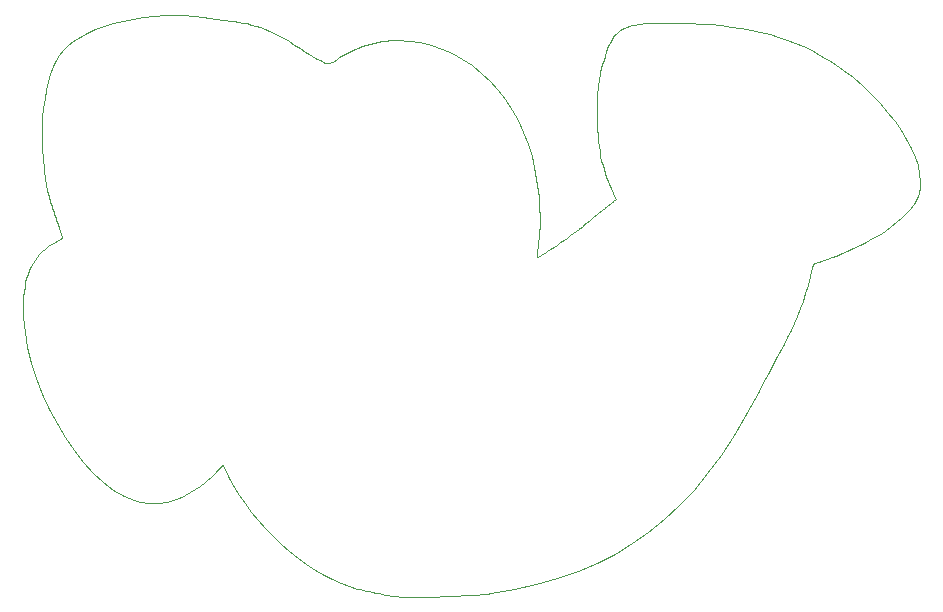
<source format=gbr>
G04 #@! TF.FileFunction,Profile,NP*
%FSLAX46Y46*%
G04 Gerber Fmt 4.6, Leading zero omitted, Abs format (unit mm)*
G04 Created by KiCad (PCBNEW 4.0.2+e4-6225~38~ubuntu16.04.1-stable) date Mit 05 Apr 2017 14:51:34 CST*
%MOMM*%
G01*
G04 APERTURE LIST*
%ADD10C,0.100000*%
G04 APERTURE END LIST*
D10*
X94132950Y-167675940D02*
X94132950Y-167675940D01*
X93819339Y-167717090D02*
X94132950Y-167675940D01*
X93428493Y-167756748D02*
X93819339Y-167717090D01*
X92971733Y-167794524D02*
X93428493Y-167756748D01*
X92460456Y-167830033D02*
X92971733Y-167794524D01*
X91906062Y-167862898D02*
X92460456Y-167830033D01*
X91319945Y-167892737D02*
X91906062Y-167862898D01*
X90713506Y-167919153D02*
X91319945Y-167892737D01*
X90098143Y-167941787D02*
X90713506Y-167919153D01*
X89485253Y-167960245D02*
X90098143Y-167941787D01*
X88886233Y-167974158D02*
X89485253Y-167960245D01*
X88312484Y-167983133D02*
X88886233Y-167974158D01*
X87775401Y-167986802D02*
X88312484Y-167983133D01*
X87286380Y-167984826D02*
X87775401Y-167986802D01*
X86856827Y-167976698D02*
X87286380Y-167984826D01*
X86498131Y-167962136D02*
X86856827Y-167976698D01*
X86221694Y-167940715D02*
X86498131Y-167962136D01*
X85983829Y-167912972D02*
X86221694Y-167940715D01*
X85734443Y-167879964D02*
X85983829Y-167912972D01*
X85475535Y-167842095D02*
X85734443Y-167879964D01*
X85209101Y-167799779D02*
X85475535Y-167842095D01*
X84937137Y-167753429D02*
X85209101Y-167799779D01*
X84661640Y-167703459D02*
X84937137Y-167753429D01*
X84384608Y-167650288D02*
X84661640Y-167703459D01*
X84108036Y-167594327D02*
X84384608Y-167650288D01*
X83833919Y-167535988D02*
X84108036Y-167594327D01*
X83564253Y-167475689D02*
X83833919Y-167535988D01*
X83301038Y-167413843D02*
X83564253Y-167475689D01*
X83046268Y-167350865D02*
X83301038Y-167413843D01*
X82801943Y-167287170D02*
X83046268Y-167350865D01*
X82570052Y-167223171D02*
X82801943Y-167287170D01*
X82352600Y-167159284D02*
X82570052Y-167223171D01*
X82151576Y-167095919D02*
X82352600Y-167159284D01*
X81449505Y-166835129D02*
X82151576Y-167095919D01*
X80730384Y-166509428D02*
X81449505Y-166835129D01*
X79999803Y-166123853D02*
X80730384Y-166509428D01*
X79263359Y-165683445D02*
X79999803Y-166123853D01*
X78526643Y-165193242D02*
X79263359Y-165683445D01*
X77795253Y-164658284D02*
X78526643Y-165193242D01*
X77074776Y-164083609D02*
X77795253Y-164658284D01*
X76370812Y-163474255D02*
X77074776Y-164083609D01*
X75688952Y-162835261D02*
X76370812Y-163474255D01*
X75034792Y-162171667D02*
X75688952Y-162835261D01*
X74413923Y-161488508D02*
X75034792Y-162171667D01*
X73831938Y-160790827D02*
X74413923Y-161488508D01*
X73294432Y-160083662D02*
X73831938Y-160790827D01*
X72807000Y-159372053D02*
X73294432Y-160083662D01*
X72375231Y-158661037D02*
X72807000Y-159372053D01*
X72004724Y-157955653D02*
X72375231Y-158661037D01*
X71969576Y-157882772D02*
X72004724Y-157955653D01*
X71934428Y-157809891D02*
X71969576Y-157882772D01*
X71899280Y-157737010D02*
X71934428Y-157809891D01*
X71864133Y-157664126D02*
X71899280Y-157737010D01*
X71828985Y-157591245D02*
X71864133Y-157664126D01*
X71793837Y-157518364D02*
X71828985Y-157591245D01*
X71758689Y-157445483D02*
X71793837Y-157518364D01*
X71723538Y-157372602D02*
X71758689Y-157445483D01*
X71688390Y-157299721D02*
X71723538Y-157372602D01*
X71653242Y-157226840D02*
X71688390Y-157299721D01*
X71618094Y-157153959D02*
X71653242Y-157226840D01*
X71582946Y-157081075D02*
X71618094Y-157153959D01*
X71547798Y-157008194D02*
X71582946Y-157081075D01*
X71512650Y-156935313D02*
X71547798Y-157008194D01*
X71477502Y-156862432D02*
X71512650Y-156935313D01*
X71442354Y-156789550D02*
X71477502Y-156862432D01*
X71415007Y-156820699D02*
X71442354Y-156789550D01*
X71387660Y-156851845D02*
X71415007Y-156820699D01*
X71360312Y-156882994D02*
X71387660Y-156851845D01*
X71332965Y-156914140D02*
X71360312Y-156882994D01*
X71305618Y-156945289D02*
X71332965Y-156914140D01*
X71278270Y-156976438D02*
X71305618Y-156945289D01*
X71250923Y-157007584D02*
X71278270Y-156976438D01*
X71223576Y-157038733D02*
X71250923Y-157007584D01*
X71196228Y-157069882D02*
X71223576Y-157038733D01*
X71168881Y-157101028D02*
X71196228Y-157069882D01*
X71141534Y-157132177D02*
X71168881Y-157101028D01*
X71114186Y-157163323D02*
X71141534Y-157132177D01*
X71086839Y-157194472D02*
X71114186Y-157163323D01*
X71059492Y-157225620D02*
X71086839Y-157194472D01*
X71032144Y-157256767D02*
X71059492Y-157225620D01*
X71004797Y-157287915D02*
X71032144Y-157256767D01*
X70871811Y-157433110D02*
X71004797Y-157287915D01*
X70724866Y-157582025D02*
X70871811Y-157433110D01*
X70565292Y-157733697D02*
X70724866Y-157582025D01*
X70394409Y-157887158D02*
X70565292Y-157733697D01*
X70213539Y-158041449D02*
X70394409Y-157887158D01*
X70024007Y-158195607D02*
X70213539Y-158041449D01*
X69827134Y-158348665D02*
X70024007Y-158195607D01*
X69624245Y-158499659D02*
X69827134Y-158348665D01*
X69416659Y-158647628D02*
X69624245Y-158499659D01*
X69205704Y-158791610D02*
X69416659Y-158647628D01*
X68992702Y-158930635D02*
X69205704Y-158791610D01*
X68778972Y-159063748D02*
X68992702Y-158930635D01*
X68565841Y-159189977D02*
X68778972Y-159063748D01*
X68354631Y-159308364D02*
X68565841Y-159189977D01*
X68146665Y-159417945D02*
X68354631Y-159308364D01*
X67943264Y-159517753D02*
X68146665Y-159417945D01*
X67708743Y-159621411D02*
X67943264Y-159517753D01*
X67468787Y-159714027D02*
X67708743Y-159621411D01*
X67224142Y-159795545D02*
X67468787Y-159714027D01*
X66975558Y-159865908D02*
X67224142Y-159795545D01*
X66723782Y-159925059D02*
X66975558Y-159865908D01*
X66469562Y-159972944D02*
X66723782Y-159925059D01*
X66213643Y-160009506D02*
X66469562Y-159972944D01*
X65956778Y-160034680D02*
X66213643Y-160009506D01*
X65699711Y-160048424D02*
X65956778Y-160034680D01*
X65443190Y-160050682D02*
X65699711Y-160048424D01*
X65187965Y-160041369D02*
X65443190Y-160050682D01*
X64934781Y-160020456D02*
X65187965Y-160041369D01*
X64684388Y-159987879D02*
X64934781Y-160020456D01*
X64437534Y-159943581D02*
X64684388Y-159987879D01*
X64194964Y-159887507D02*
X64437534Y-159943581D01*
X63957426Y-159819598D02*
X64194964Y-159887507D01*
X63070734Y-159457073D02*
X63957426Y-159819598D01*
X62186284Y-158935876D02*
X63070734Y-159457073D01*
X61312120Y-158270359D02*
X62186284Y-158935876D01*
X60456276Y-157474871D02*
X61312120Y-158270359D01*
X59626796Y-156563761D02*
X60456276Y-157474871D01*
X58831717Y-155551377D02*
X59626796Y-156563761D01*
X58079078Y-154452070D02*
X58831717Y-155551377D01*
X57376921Y-153280188D02*
X58079078Y-154452070D01*
X56733282Y-152050080D02*
X57376921Y-153280188D01*
X56156205Y-150776095D02*
X56733282Y-152050080D01*
X55653726Y-149472584D02*
X56156205Y-150776095D01*
X55233886Y-148153892D02*
X55653726Y-149472584D01*
X54904725Y-146834370D02*
X55233886Y-148153892D01*
X54674282Y-145528370D02*
X54904725Y-146834370D01*
X54550598Y-144250237D02*
X54674282Y-145528370D01*
X54541708Y-143014320D02*
X54550598Y-144250237D01*
X54568547Y-142563530D02*
X54541708Y-143014320D01*
X54610181Y-142135184D02*
X54568547Y-142563530D01*
X54666913Y-141728646D02*
X54610181Y-142135184D01*
X54739060Y-141343271D02*
X54666913Y-141728646D01*
X54826930Y-140978423D02*
X54739060Y-141343271D01*
X54930839Y-140633463D02*
X54826930Y-140978423D01*
X55051094Y-140307750D02*
X54930839Y-140633463D01*
X55188008Y-140000647D02*
X55051094Y-140307750D01*
X55341898Y-139711511D02*
X55188008Y-140000647D01*
X55513069Y-139439702D02*
X55341898Y-139711511D01*
X55701836Y-139184585D02*
X55513069Y-139439702D01*
X55908513Y-138945517D02*
X55701836Y-139184585D01*
X56133407Y-138721859D02*
X55908513Y-138945517D01*
X56376835Y-138512972D02*
X56133407Y-138721859D01*
X56639107Y-138318216D02*
X56376835Y-138512972D01*
X56920534Y-138136950D02*
X56639107Y-138318216D01*
X56998997Y-138090028D02*
X56920534Y-138136950D01*
X57076526Y-138043998D02*
X56998997Y-138090028D01*
X57152670Y-137999116D02*
X57076526Y-138043998D01*
X57226968Y-137955642D02*
X57152670Y-137999116D01*
X57298968Y-137913828D02*
X57226968Y-137955642D01*
X57368214Y-137873936D02*
X57298968Y-137913828D01*
X57434251Y-137836217D02*
X57368214Y-137873936D01*
X57496623Y-137800928D02*
X57434251Y-137836217D01*
X57554873Y-137768329D02*
X57496623Y-137800928D01*
X57608546Y-137738673D02*
X57554873Y-137768329D01*
X57657190Y-137712229D02*
X57608546Y-137738673D01*
X57700345Y-137689227D02*
X57657190Y-137712229D01*
X57737556Y-137669952D02*
X57700345Y-137689227D01*
X57768371Y-137654627D02*
X57737556Y-137669952D01*
X57792332Y-137643536D02*
X57768371Y-137654627D01*
X57808983Y-137636932D02*
X57792332Y-137643536D01*
X57818748Y-137624937D02*
X57808983Y-137636932D01*
X57822530Y-137598070D02*
X57818748Y-137624937D01*
X57820554Y-137557094D02*
X57822530Y-137598070D01*
X57813019Y-137502803D02*
X57820554Y-137557094D01*
X57800150Y-137435989D02*
X57813019Y-137502803D01*
X57782200Y-137357441D02*
X57800150Y-137435989D01*
X57759369Y-137267943D02*
X57782200Y-137357441D01*
X57731880Y-137168285D02*
X57759369Y-137267943D01*
X57699975Y-137059257D02*
X57731880Y-137168285D01*
X57663873Y-136941643D02*
X57699975Y-137059257D01*
X57623792Y-136816235D02*
X57663873Y-136941643D01*
X57579960Y-136683816D02*
X57623792Y-136816235D01*
X57532600Y-136545180D02*
X57579960Y-136683816D01*
X57481938Y-136401112D02*
X57532600Y-136545180D01*
X57428195Y-136252400D02*
X57481938Y-136401112D01*
X57371598Y-136099834D02*
X57428195Y-136252400D01*
X57313187Y-135941786D02*
X57371598Y-136099834D01*
X57254120Y-135777000D02*
X57313187Y-135941786D01*
X57194803Y-135606800D02*
X57254120Y-135777000D01*
X57135638Y-135432519D02*
X57194803Y-135606800D01*
X57077031Y-135255484D02*
X57135638Y-135432519D01*
X57019382Y-135077027D02*
X57077031Y-135255484D01*
X56963096Y-134898476D02*
X57019382Y-135077027D01*
X56908576Y-134721158D02*
X56963096Y-134898476D01*
X56856226Y-134546406D02*
X56908576Y-134721158D01*
X56806454Y-134375549D02*
X56856226Y-134546406D01*
X56759656Y-134209918D02*
X56806454Y-134375549D01*
X56716239Y-134050838D02*
X56759656Y-134209918D01*
X56676606Y-133899643D02*
X56716239Y-134050838D01*
X56641165Y-133757660D02*
X56676606Y-133899643D01*
X56610312Y-133626218D02*
X56641165Y-133757660D01*
X56584461Y-133506649D02*
X56610312Y-133626218D01*
X56423029Y-132626423D02*
X56584461Y-133506649D01*
X56297144Y-131738417D02*
X56423029Y-132626423D01*
X56206170Y-130848313D02*
X56297144Y-131738417D01*
X56149469Y-129961797D02*
X56206170Y-130848313D01*
X56126411Y-129084557D02*
X56149469Y-129961797D01*
X56136345Y-128222275D02*
X56126411Y-129084557D01*
X56178642Y-127380640D02*
X56136345Y-128222275D01*
X56252666Y-126565334D02*
X56178642Y-127380640D01*
X56357777Y-125782049D02*
X56252666Y-126565334D01*
X56493337Y-125036463D02*
X56357777Y-125782049D01*
X56658713Y-124334266D02*
X56493337Y-125036463D01*
X56853266Y-123681144D02*
X56658713Y-124334266D01*
X57076357Y-123082780D02*
X56853266Y-123681144D01*
X57327351Y-122544858D02*
X57076357Y-123082780D01*
X57605611Y-122073070D02*
X57327351Y-122544858D01*
X57910499Y-121673097D02*
X57605611Y-122073070D01*
X58305186Y-121284996D02*
X57910499Y-121673097D01*
X58786079Y-120916447D02*
X58305186Y-121284996D01*
X59344707Y-120569413D02*
X58786079Y-120916447D01*
X59972606Y-120245859D02*
X59344707Y-120569413D01*
X60661310Y-119947748D02*
X59972606Y-120245859D01*
X61402355Y-119677040D02*
X60661310Y-119947748D01*
X62187277Y-119435698D02*
X61402355Y-119677040D01*
X63007607Y-119225691D02*
X62187277Y-119435698D01*
X63854883Y-119048977D02*
X63007607Y-119225691D01*
X64720639Y-118907519D02*
X63854883Y-119048977D01*
X65596409Y-118803283D02*
X64720639Y-118907519D01*
X66473728Y-118738231D02*
X65596409Y-118803283D01*
X67344129Y-118714327D02*
X66473728Y-118738231D01*
X68199150Y-118733518D02*
X67344129Y-118714327D01*
X69030325Y-118797797D02*
X68199150Y-118733518D01*
X69829186Y-118909111D02*
X69030325Y-118797797D01*
X69950897Y-118929798D02*
X69829186Y-118909111D01*
X70080079Y-118950880D02*
X69950897Y-118929798D01*
X70215596Y-118972216D02*
X70080079Y-118950880D01*
X70356321Y-118993636D02*
X70215596Y-118972216D01*
X70501115Y-119015001D02*
X70356321Y-118993636D01*
X70648850Y-119036167D02*
X70501115Y-119015001D01*
X70798388Y-119056995D02*
X70648850Y-119036167D01*
X70948601Y-119077315D02*
X70798388Y-119056995D01*
X71098356Y-119096958D02*
X70948601Y-119077315D01*
X71246517Y-119115810D02*
X71098356Y-119096958D01*
X71391952Y-119133703D02*
X71246517Y-119115810D01*
X71533532Y-119150496D02*
X71391952Y-119133703D01*
X71670122Y-119166018D02*
X71533532Y-119150496D01*
X71800587Y-119180129D02*
X71670122Y-119166018D01*
X71923797Y-119192660D02*
X71800587Y-119180129D01*
X72038616Y-119203497D02*
X71923797Y-119192660D01*
X72413247Y-119243730D02*
X72038616Y-119203497D01*
X72782588Y-119296898D02*
X72413247Y-119243730D01*
X73148529Y-119363779D02*
X72782588Y-119296898D01*
X73512948Y-119445138D02*
X73148529Y-119363779D01*
X73877732Y-119541752D02*
X73512948Y-119445138D01*
X74244764Y-119654386D02*
X73877732Y-119541752D01*
X74615926Y-119783822D02*
X74244764Y-119654386D01*
X74993105Y-119930823D02*
X74615926Y-119783822D01*
X75378180Y-120096163D02*
X74993105Y-119930823D01*
X75773040Y-120280618D02*
X75378180Y-120096163D01*
X76179561Y-120484955D02*
X75773040Y-120280618D01*
X76599635Y-120709948D02*
X76179561Y-120484955D01*
X77035138Y-120956368D02*
X76599635Y-120709948D01*
X77487961Y-121224987D02*
X77035138Y-120956368D01*
X77959980Y-121516579D02*
X77487961Y-121224987D01*
X78453084Y-121831911D02*
X77959980Y-121516579D01*
X78752604Y-122025482D02*
X78453084Y-121831911D01*
X79019411Y-122195199D02*
X78752604Y-122025482D01*
X79256501Y-122341867D02*
X79019411Y-122195199D01*
X79466866Y-122466296D02*
X79256501Y-122341867D01*
X79653500Y-122569299D02*
X79466866Y-122466296D01*
X79819401Y-122651685D02*
X79653500Y-122569299D01*
X79967559Y-122714259D02*
X79819401Y-122651685D01*
X80100974Y-122757835D02*
X79967559Y-122714259D01*
X80222635Y-122783235D02*
X80100974Y-122757835D01*
X80335538Y-122791250D02*
X80222635Y-122783235D01*
X80442678Y-122782698D02*
X80335538Y-122791250D01*
X80547049Y-122758371D02*
X80442678Y-122782698D01*
X80651646Y-122719094D02*
X80547049Y-122758371D01*
X80759464Y-122665675D02*
X80651646Y-122719094D01*
X80873496Y-122598927D02*
X80759464Y-122665675D01*
X80996736Y-122519653D02*
X80873496Y-122598927D01*
X81323798Y-122309804D02*
X80996736Y-122519653D01*
X81648181Y-122115068D02*
X81323798Y-122309804D01*
X81970595Y-121935225D02*
X81648181Y-122115068D01*
X82291750Y-121770051D02*
X81970595Y-121935225D01*
X82612354Y-121619325D02*
X82291750Y-121770051D01*
X82933119Y-121482820D02*
X82612354Y-121619325D01*
X83254757Y-121360315D02*
X82933119Y-121482820D01*
X83577975Y-121251586D02*
X83254757Y-121360315D01*
X83903481Y-121156413D02*
X83577975Y-121251586D01*
X84231991Y-121074568D02*
X83903481Y-121156413D01*
X84564212Y-121005830D02*
X84231991Y-121074568D01*
X84900852Y-120949978D02*
X84564212Y-121005830D01*
X85242623Y-120906784D02*
X84900852Y-120949978D01*
X85590236Y-120876028D02*
X85242623Y-120906784D01*
X85944400Y-120857486D02*
X85590236Y-120876028D01*
X86305825Y-120850938D02*
X85944400Y-120857486D01*
X87253298Y-120897050D02*
X86305825Y-120850938D01*
X88188535Y-121036206D02*
X87253298Y-120897050D01*
X89107281Y-121264704D02*
X88188535Y-121036206D01*
X90005292Y-121578854D02*
X89107281Y-121264704D01*
X90878313Y-121974959D02*
X90005292Y-121578854D01*
X91722092Y-122449323D02*
X90878313Y-121974959D01*
X92532386Y-122998254D02*
X91722092Y-122449323D01*
X93304939Y-123618054D02*
X92532386Y-122998254D01*
X94035502Y-124305028D02*
X93304939Y-123618054D01*
X94719826Y-125055482D02*
X94035502Y-124305028D01*
X95353657Y-125865719D02*
X94719826Y-125055482D01*
X95932749Y-126732048D02*
X95353657Y-125865719D01*
X96452848Y-127650769D02*
X95932749Y-126732048D01*
X96909709Y-128618190D02*
X96452848Y-127650769D01*
X97299077Y-129630617D02*
X96909709Y-128618190D01*
X97616701Y-130684351D02*
X97299077Y-129630617D01*
X97728326Y-131139519D02*
X97616701Y-130684351D01*
X97830279Y-131611829D02*
X97728326Y-131139519D01*
X97922348Y-132098208D02*
X97830279Y-131611829D01*
X98004328Y-132595576D02*
X97922348Y-132098208D01*
X98076018Y-133100864D02*
X98004328Y-132595576D01*
X98137207Y-133610989D02*
X98076018Y-133100864D01*
X98187693Y-134122876D02*
X98137207Y-133610989D01*
X98227269Y-134633452D02*
X98187693Y-134122876D01*
X98255729Y-135139638D02*
X98227269Y-134633452D01*
X98272860Y-135638361D02*
X98255729Y-135139638D01*
X98278476Y-136126540D02*
X98272860Y-135638361D01*
X98272352Y-136601106D02*
X98278476Y-136126540D01*
X98254289Y-137058974D02*
X98272352Y-136601106D01*
X98224078Y-137497074D02*
X98254289Y-137058974D01*
X98181518Y-137912330D02*
X98224078Y-137497074D01*
X98126400Y-138301664D02*
X98181518Y-137912330D01*
X98112628Y-138388252D02*
X98126400Y-138301664D01*
X98099956Y-138473122D02*
X98112628Y-138388252D01*
X98088413Y-138555799D02*
X98099956Y-138473122D01*
X98078028Y-138635818D02*
X98088413Y-138555799D01*
X98068855Y-138712706D02*
X98078028Y-138635818D01*
X98060925Y-138785994D02*
X98068855Y-138712706D01*
X98054264Y-138855212D02*
X98060925Y-138785994D01*
X98048902Y-138919894D02*
X98054264Y-138855212D01*
X98044866Y-138979564D02*
X98048902Y-138919894D01*
X98042326Y-139033759D02*
X98044866Y-138979564D01*
X98041198Y-139082008D02*
X98042326Y-139033759D01*
X98041406Y-139123836D02*
X98041198Y-139082008D01*
X98043100Y-139158781D02*
X98041406Y-139123836D01*
X98046317Y-139186382D02*
X98043100Y-139158781D01*
X98051087Y-139206138D02*
X98046317Y-139186382D01*
X98057437Y-139217596D02*
X98051087Y-139206138D01*
X98099081Y-139212996D02*
X98057437Y-139217596D01*
X98190439Y-139171823D02*
X98099081Y-139212996D01*
X98325943Y-139097827D02*
X98190439Y-139171823D01*
X98500026Y-138994754D02*
X98325943Y-139097827D01*
X98707118Y-138866348D02*
X98500026Y-138994754D01*
X98941653Y-138716355D02*
X98707118Y-138866348D01*
X99198063Y-138548521D02*
X98941653Y-138716355D01*
X99470783Y-138366592D02*
X99198063Y-138548521D01*
X99754241Y-138174314D02*
X99470783Y-138366592D01*
X100042873Y-137975435D02*
X99754241Y-138174314D01*
X100331109Y-137773697D02*
X100042873Y-137975435D01*
X100613385Y-137572850D02*
X100331109Y-137773697D01*
X100884129Y-137376635D02*
X100613385Y-137572850D01*
X101137776Y-137188805D02*
X100884129Y-137376635D01*
X101368758Y-137013099D02*
X101137776Y-137188805D01*
X101571510Y-136853265D02*
X101368758Y-137013099D01*
X101646668Y-136792291D02*
X101571510Y-136853265D01*
X101733782Y-136721047D02*
X101646668Y-136792291D01*
X101831843Y-136640464D02*
X101733782Y-136721047D01*
X101939846Y-136551471D02*
X101831843Y-136640464D01*
X102056777Y-136455002D02*
X101939846Y-136551471D01*
X102181629Y-136351991D02*
X102056777Y-136455002D01*
X102313396Y-136243363D02*
X102181629Y-136351991D01*
X102451064Y-136130057D02*
X102313396Y-136243363D01*
X102593628Y-136013000D02*
X102451064Y-136130057D01*
X102740082Y-135893126D02*
X102593628Y-136013000D01*
X102889411Y-135771367D02*
X102740082Y-135893126D01*
X103040609Y-135648654D02*
X102889411Y-135771367D01*
X103192670Y-135525918D02*
X103040609Y-135648654D01*
X103344579Y-135404091D02*
X103192670Y-135525918D01*
X103495334Y-135284107D02*
X103344579Y-135404091D01*
X103643924Y-135166895D02*
X103495334Y-135284107D01*
X103711254Y-135114048D02*
X103643924Y-135166895D01*
X103778581Y-135061199D02*
X103711254Y-135114048D01*
X103845910Y-135008353D02*
X103778581Y-135061199D01*
X103913240Y-134955507D02*
X103845910Y-135008353D01*
X103980567Y-134902658D02*
X103913240Y-134955507D01*
X104047897Y-134849812D02*
X103980567Y-134902658D01*
X104115227Y-134796966D02*
X104047897Y-134849812D01*
X104182556Y-134744117D02*
X104115227Y-134796966D01*
X104249883Y-134691271D02*
X104182556Y-134744117D01*
X104317213Y-134638425D02*
X104249883Y-134691271D01*
X104384543Y-134585579D02*
X104317213Y-134638425D01*
X104451870Y-134532730D02*
X104384543Y-134585579D01*
X104519199Y-134479884D02*
X104451870Y-134532730D01*
X104586529Y-134427038D02*
X104519199Y-134479884D01*
X104653856Y-134374189D02*
X104586529Y-134427038D01*
X104721186Y-134321343D02*
X104653856Y-134374189D01*
X104693923Y-134260081D02*
X104721186Y-134321343D01*
X104666661Y-134198816D02*
X104693923Y-134260081D01*
X104639398Y-134137554D02*
X104666661Y-134198816D01*
X104612135Y-134076292D02*
X104639398Y-134137554D01*
X104584873Y-134015027D02*
X104612135Y-134076292D01*
X104557610Y-133953765D02*
X104584873Y-134015027D01*
X104530347Y-133892503D02*
X104557610Y-133953765D01*
X104503085Y-133831238D02*
X104530347Y-133892503D01*
X104475822Y-133769976D02*
X104503085Y-133831238D01*
X104448559Y-133708714D02*
X104475822Y-133769976D01*
X104421297Y-133647452D02*
X104448559Y-133708714D01*
X104394034Y-133586188D02*
X104421297Y-133647452D01*
X104366771Y-133524926D02*
X104394034Y-133586188D01*
X104339509Y-133463664D02*
X104366771Y-133524926D01*
X104312246Y-133402399D02*
X104339509Y-133463664D01*
X104284983Y-133341137D02*
X104312246Y-133402399D01*
X104162400Y-133057046D02*
X104284983Y-133341137D01*
X104042704Y-132760335D02*
X104162400Y-133057046D01*
X103926739Y-132449972D02*
X104042704Y-132760335D01*
X103815346Y-132124923D02*
X103926739Y-132449972D01*
X103709374Y-131784159D02*
X103815346Y-132124923D01*
X103609659Y-131426649D02*
X103709374Y-131784159D01*
X103517051Y-131051355D02*
X103609659Y-131426649D01*
X103432390Y-130657254D02*
X103517051Y-131051355D01*
X103356520Y-130243305D02*
X103432390Y-130657254D01*
X103290285Y-129808482D02*
X103356520Y-130243305D01*
X103234527Y-129351754D02*
X103290285Y-129808482D01*
X103190091Y-128872086D02*
X103234527Y-129351754D01*
X103157822Y-128368443D02*
X103190091Y-128872086D01*
X103138574Y-127839802D02*
X103157822Y-128368443D01*
X103133155Y-127285122D02*
X103138574Y-127839802D01*
X103142440Y-126703377D02*
X103133155Y-127285122D01*
X103150822Y-126369943D02*
X103142440Y-126703377D01*
X103157144Y-126063580D02*
X103150822Y-126369943D01*
X103162845Y-125779910D02*
X103157144Y-126063580D01*
X103169364Y-125514559D02*
X103162845Y-125779910D01*
X103178113Y-125263152D02*
X103169364Y-125514559D01*
X103190559Y-125021316D02*
X103178113Y-125263152D01*
X103208142Y-124784676D02*
X103190559Y-125021316D01*
X103232300Y-124548854D02*
X103208142Y-124784676D01*
X103264470Y-124309475D02*
X103232300Y-124548854D01*
X103306090Y-124062170D02*
X103264470Y-124309475D01*
X103358603Y-123802559D02*
X103306090Y-124062170D01*
X103423446Y-123526266D02*
X103358603Y-123802559D01*
X103502059Y-123228920D02*
X103423446Y-123526266D01*
X103595881Y-122906145D02*
X103502059Y-123228920D01*
X103706351Y-122553565D02*
X103595881Y-122906145D01*
X103834912Y-122166805D02*
X103706351Y-122553565D01*
X103836888Y-122153851D02*
X103834912Y-122166805D01*
X103843492Y-122116541D02*
X103836888Y-122153851D01*
X103855204Y-122057142D02*
X103843492Y-122116541D01*
X103872617Y-121977939D02*
X103855204Y-122057142D01*
X103896295Y-121881213D02*
X103872617Y-121977939D01*
X103926807Y-121769244D02*
X103896295Y-121881213D01*
X103964743Y-121644316D02*
X103926807Y-121769244D01*
X104010680Y-121508708D02*
X103964743Y-121644316D01*
X104065194Y-121364704D02*
X104010680Y-121508708D01*
X104128866Y-121214581D02*
X104065194Y-121364704D01*
X104202275Y-121060626D02*
X104128866Y-121214581D01*
X104285996Y-120905116D02*
X104202275Y-121060626D01*
X104380609Y-120750334D02*
X104285996Y-120905116D01*
X104486693Y-120598564D02*
X104380609Y-120750334D01*
X104604823Y-120452082D02*
X104486693Y-120598564D01*
X104735582Y-120313175D02*
X104604823Y-120452082D01*
X104901373Y-120164370D02*
X104735582Y-120313175D01*
X105076648Y-120032564D02*
X104901373Y-120164370D01*
X105261455Y-119916678D02*
X105076648Y-120032564D01*
X105455855Y-119815640D02*
X105261455Y-119916678D01*
X105659896Y-119728365D02*
X105455855Y-119815640D01*
X105873637Y-119653785D02*
X105659896Y-119728365D01*
X106097129Y-119590819D02*
X105873637Y-119653785D01*
X106330428Y-119538390D02*
X106097129Y-119590819D01*
X106573588Y-119495422D02*
X106330428Y-119538390D01*
X106826665Y-119460838D02*
X106573588Y-119495422D01*
X107089708Y-119433548D02*
X106826665Y-119460838D01*
X107362777Y-119412494D02*
X107089708Y-119433548D01*
X107645925Y-119396605D02*
X107362777Y-119412494D01*
X107939202Y-119384780D02*
X107645925Y-119396605D01*
X108242667Y-119375974D02*
X107939202Y-119384780D01*
X108556374Y-119369088D02*
X108242667Y-119375974D01*
X109383991Y-119362258D02*
X108556374Y-119369088D01*
X110224830Y-119374224D02*
X109383991Y-119362258D01*
X111074993Y-119405235D02*
X110224830Y-119374224D01*
X111930578Y-119455493D02*
X111074993Y-119405235D01*
X112787695Y-119525213D02*
X111930578Y-119455493D01*
X113642439Y-119614607D02*
X112787695Y-119525213D01*
X114490918Y-119723898D02*
X113642439Y-119614607D01*
X115329231Y-119853294D02*
X114490918Y-119723898D01*
X116153480Y-120003010D02*
X115329231Y-119853294D01*
X116959767Y-120173266D02*
X116153480Y-120003010D01*
X117744195Y-120364277D02*
X116959767Y-120173266D01*
X118502867Y-120576251D02*
X117744195Y-120364277D01*
X119231884Y-120809412D02*
X118502867Y-120576251D01*
X119927350Y-121063971D02*
X119231884Y-120809412D01*
X120585365Y-121340142D02*
X119927350Y-121063971D01*
X121202032Y-121638143D02*
X120585365Y-121340142D01*
X122133411Y-122155589D02*
X121202032Y-121638143D01*
X123041870Y-122725845D02*
X122133411Y-122155589D01*
X123922279Y-123342737D02*
X123041870Y-122725845D01*
X124769510Y-124000101D02*
X123922279Y-123342737D01*
X125578435Y-124691768D02*
X124769510Y-124000101D01*
X126343924Y-125411570D02*
X125578435Y-124691768D01*
X127060850Y-126153335D02*
X126343924Y-125411570D01*
X127724083Y-126910895D02*
X127060850Y-126153335D01*
X128328499Y-127678083D02*
X127724083Y-126910895D01*
X128868963Y-128448730D02*
X128328499Y-127678083D01*
X129340350Y-129216668D02*
X128868963Y-128448730D01*
X129737530Y-129975727D02*
X129340350Y-129216668D01*
X130055374Y-130719738D02*
X129737530Y-129975727D01*
X130288758Y-131442532D02*
X130055374Y-130719738D01*
X130432548Y-132137942D02*
X130288758Y-131442532D01*
X130481618Y-132799798D02*
X130432548Y-132137942D01*
X130477497Y-133025564D02*
X130481618Y-132799798D01*
X130464628Y-133239568D02*
X130477497Y-133025564D01*
X130442219Y-133443321D02*
X130464628Y-133239568D01*
X130409529Y-133638334D02*
X130442219Y-133443321D01*
X130365788Y-133826116D02*
X130409529Y-133638334D01*
X130310224Y-134008180D02*
X130365788Y-133826116D01*
X130242070Y-134186031D02*
X130310224Y-134008180D01*
X130160567Y-134361184D02*
X130242070Y-134186031D01*
X130064945Y-134535146D02*
X130160567Y-134361184D01*
X129954435Y-134709426D02*
X130064945Y-134535146D01*
X129828273Y-134885539D02*
X129954435Y-134709426D01*
X129685694Y-135064993D02*
X129828273Y-134885539D01*
X129525928Y-135249298D02*
X129685694Y-135064993D01*
X129348216Y-135439964D02*
X129525928Y-135249298D01*
X129151784Y-135638502D02*
X129348216Y-135439964D01*
X128935869Y-135846421D02*
X129151784Y-135638502D01*
X128485722Y-136244766D02*
X128935869Y-135846421D01*
X128004102Y-136624225D02*
X128485722Y-136244766D01*
X127498029Y-136984214D02*
X128004102Y-136624225D01*
X126974532Y-137324139D02*
X127498029Y-136984214D01*
X126440633Y-137643417D02*
X126974532Y-137324139D01*
X125903358Y-137941455D02*
X126440633Y-137643417D01*
X125369729Y-138217669D02*
X125903358Y-137941455D01*
X124846771Y-138471466D02*
X125369729Y-138217669D01*
X124341512Y-138702261D02*
X124846771Y-138471466D01*
X123860972Y-138909463D02*
X124341512Y-138702261D01*
X123412177Y-139092487D02*
X123860972Y-138909463D01*
X123002150Y-139250743D02*
X123412177Y-139092487D01*
X122637917Y-139383642D02*
X123002150Y-139250743D01*
X122326499Y-139490595D02*
X122637917Y-139383642D01*
X122074926Y-139571015D02*
X122326499Y-139490595D01*
X121890220Y-139624315D02*
X122074926Y-139571015D01*
X121807261Y-139646441D02*
X121890220Y-139624315D01*
X121734811Y-139666282D02*
X121807261Y-139646441D01*
X121672059Y-139684400D02*
X121734811Y-139666282D01*
X121618183Y-139701390D02*
X121672059Y-139684400D01*
X121572370Y-139717872D02*
X121618183Y-139701390D01*
X121533804Y-139734438D02*
X121572370Y-139717872D01*
X121501665Y-139751682D02*
X121533804Y-139734438D01*
X121475136Y-139770224D02*
X121501665Y-139751682D01*
X121453405Y-139790629D02*
X121475136Y-139770224D01*
X121435653Y-139813517D02*
X121453405Y-139790629D01*
X121421062Y-139839481D02*
X121435653Y-139813517D01*
X121408814Y-139869129D02*
X121421062Y-139839481D01*
X121398117Y-139903055D02*
X121408814Y-139869129D01*
X121388127Y-139941855D02*
X121398117Y-139903055D01*
X121378023Y-139986127D02*
X121388127Y-139941855D01*
X121366988Y-140036470D02*
X121378023Y-139986127D01*
X121184769Y-140813092D02*
X121366988Y-140036470D01*
X120988980Y-141547056D02*
X121184769Y-140813092D01*
X120779630Y-142244082D02*
X120988980Y-141547056D01*
X120556731Y-142909893D02*
X120779630Y-142244082D01*
X120320291Y-143550213D02*
X120556731Y-142909893D01*
X120070318Y-144170763D02*
X120320291Y-143550213D01*
X119806824Y-144777267D02*
X120070318Y-144170763D01*
X119529815Y-145375445D02*
X119806824Y-144777267D01*
X119239301Y-145971024D02*
X119529815Y-145375445D01*
X118935291Y-146569722D02*
X119239301Y-145971024D01*
X118617797Y-147177265D02*
X118935291Y-146569722D01*
X118286826Y-147799370D02*
X118617797Y-147177265D01*
X117942385Y-148441767D02*
X118286826Y-147799370D01*
X117584485Y-149110171D02*
X117942385Y-148441767D01*
X117213137Y-149810311D02*
X117584485Y-149110171D01*
X116828350Y-150547907D02*
X117213137Y-149810311D01*
X115782925Y-152484146D02*
X116828350Y-150547907D01*
X114713583Y-154285466D02*
X115782925Y-152484146D01*
X113614790Y-155956044D02*
X114713583Y-154285466D01*
X112481016Y-157500053D02*
X113614790Y-155956044D01*
X111306723Y-158921674D02*
X112481016Y-157500053D01*
X110086380Y-160225078D02*
X111306723Y-158921674D01*
X108814455Y-161414442D02*
X110086380Y-160225078D01*
X107485417Y-162493942D02*
X108814455Y-161414442D01*
X106093726Y-163467755D02*
X107485417Y-162493942D01*
X104633855Y-164340056D02*
X106093726Y-163467755D01*
X103100268Y-165115019D02*
X104633855Y-164340056D01*
X101487433Y-165796822D02*
X103100268Y-165115019D01*
X99789818Y-166389639D02*
X101487433Y-165796822D01*
X98001887Y-166897647D02*
X99789818Y-166389639D01*
X96118110Y-167325022D02*
X98001887Y-166897647D01*
X94132950Y-167675940D02*
X96118110Y-167325022D01*
M02*

</source>
